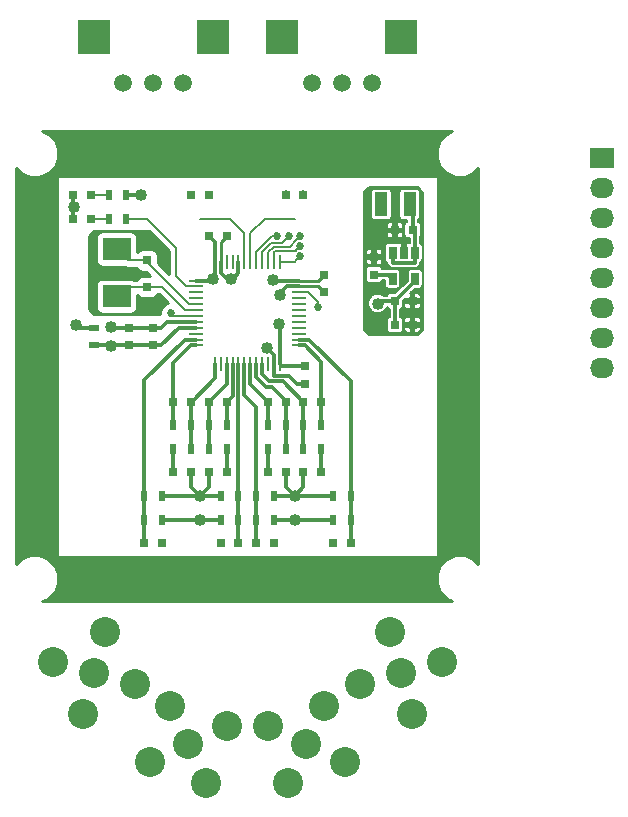
<source format=gtl>
G04 #@! TF.FileFunction,Copper,L1,Top,Signal*
%FSLAX46Y46*%
G04 Gerber Fmt 4.6, Leading zero omitted, Abs format (unit mm)*
G04 Created by KiCad (PCBNEW (2016-04-26 BZR 6712)-product) date Friday, 13 May 2016 'amt' 09:44:12*
%MOMM*%
%LPD*%
G01*
G04 APERTURE LIST*
%ADD10C,0.100000*%
%ADD11R,2.032000X1.727200*%
%ADD12O,2.032000X1.727200*%
%ADD13C,0.685800*%
%ADD14R,0.800000X0.750000*%
%ADD15R,0.750000X0.800000*%
%ADD16R,0.797560X0.797560*%
%ADD17R,0.900000X0.500000*%
%ADD18R,0.500000X0.900000*%
%ADD19R,0.650000X1.060000*%
%ADD20R,1.300000X0.250000*%
%ADD21R,0.250000X1.300000*%
%ADD22C,2.540000*%
%ADD23R,2.400000X1.900000*%
%ADD24C,1.500000*%
%ADD25R,2.800000X3.000000*%
%ADD26R,1.140460X2.029460*%
%ADD27C,1.016000*%
%ADD28C,0.304800*%
%ADD29C,0.254000*%
%ADD30C,0.152400*%
%ADD31C,0.203200*%
G04 APERTURE END LIST*
D10*
D11*
X190000000Y-96380000D03*
D12*
X190000000Y-98920000D03*
X190000000Y-101460000D03*
X190000000Y-104000000D03*
X190000000Y-106540000D03*
X190000000Y-109080000D03*
X190000000Y-111620000D03*
X190000000Y-114160000D03*
D13*
X141000000Y-99000000D03*
X146900000Y-108900000D03*
X152600000Y-108400000D03*
X152900000Y-104600000D03*
X150600000Y-106200000D03*
X146900000Y-103200000D03*
D14*
X174000000Y-102500000D03*
X172500000Y-102500000D03*
D15*
X170750000Y-106250000D03*
X170750000Y-104750000D03*
D14*
X172500000Y-108500000D03*
X174000000Y-108500000D03*
X172500000Y-110500000D03*
X174000000Y-110500000D03*
D15*
X166500000Y-106250000D03*
X166500000Y-107750000D03*
D14*
X156750000Y-103000000D03*
X158250000Y-103000000D03*
D15*
X152000000Y-112250000D03*
X152000000Y-110750000D03*
X151500000Y-107300000D03*
X151500000Y-108800000D03*
X151500000Y-105050000D03*
X151500000Y-103550000D03*
D16*
X146776239Y-99500000D03*
X145277639Y-99500000D03*
X146749300Y-101500000D03*
X145250700Y-101500000D03*
D17*
X147000000Y-110750000D03*
X147000000Y-112250000D03*
D18*
X148250000Y-99500000D03*
X149750000Y-99500000D03*
X148250000Y-101500000D03*
X149750000Y-101500000D03*
D19*
X174200000Y-104400000D03*
X173250000Y-104400000D03*
X172300000Y-104400000D03*
X172300000Y-106600000D03*
X174200000Y-106600000D03*
D20*
X155650000Y-106750000D03*
X155650000Y-107250000D03*
X155650000Y-107750000D03*
X155650000Y-108250000D03*
X155650000Y-108750000D03*
X155650000Y-109250000D03*
X155650000Y-109750000D03*
X155650000Y-110250000D03*
X155650000Y-110750000D03*
X155650000Y-111250000D03*
X155650000Y-111750000D03*
X155650000Y-112250000D03*
D21*
X157250000Y-113850000D03*
X157750000Y-113850000D03*
X158250000Y-113850000D03*
X158750000Y-113850000D03*
X159250000Y-113850000D03*
X159750000Y-113850000D03*
X160250000Y-113850000D03*
X160750000Y-113850000D03*
X161250000Y-113850000D03*
X161750000Y-113850000D03*
X162250000Y-113850000D03*
X162750000Y-113850000D03*
D20*
X164350000Y-112250000D03*
X164350000Y-111750000D03*
X164350000Y-111250000D03*
X164350000Y-110750000D03*
X164350000Y-110250000D03*
X164350000Y-109750000D03*
X164350000Y-109250000D03*
X164350000Y-108750000D03*
X164350000Y-108250000D03*
X164350000Y-107750000D03*
X164350000Y-107250000D03*
X164350000Y-106750000D03*
D21*
X162750000Y-105150000D03*
X162250000Y-105150000D03*
X161750000Y-105150000D03*
X161250000Y-105150000D03*
X160750000Y-105150000D03*
X160250000Y-105150000D03*
X159750000Y-105150000D03*
X159250000Y-105150000D03*
X158750000Y-105150000D03*
X158250000Y-105150000D03*
X157750000Y-105150000D03*
X157250000Y-105150000D03*
D22*
X147000000Y-140000000D03*
X150469705Y-140929705D03*
X146070295Y-143469705D03*
X143530295Y-139070295D03*
X147929705Y-136530295D03*
X155000000Y-146000000D03*
X158255550Y-144481912D03*
X156518088Y-149255550D03*
X151744450Y-147518088D03*
X153481912Y-142744450D03*
X165000000Y-146000000D03*
X166518088Y-142744450D03*
X168255550Y-147518088D03*
X163481912Y-149255550D03*
X161744450Y-144481912D03*
X173000000Y-140000000D03*
X172070295Y-136530295D03*
X176469705Y-139070295D03*
X173929705Y-143469705D03*
X169530295Y-140929705D03*
D14*
X151250000Y-129000000D03*
X152750000Y-129000000D03*
X153750000Y-117000000D03*
X155250000Y-117000000D03*
X153750000Y-123000000D03*
X155250000Y-123000000D03*
X159250000Y-129000000D03*
X157750000Y-129000000D03*
X158250000Y-117000000D03*
X156750000Y-117000000D03*
X158250000Y-123000000D03*
X156750000Y-123000000D03*
X160750000Y-129000000D03*
X162250000Y-129000000D03*
X161750000Y-117000000D03*
X163250000Y-117000000D03*
X161750000Y-123000000D03*
X163250000Y-123000000D03*
X168750000Y-129000000D03*
X167250000Y-129000000D03*
X166250000Y-117000000D03*
X164750000Y-117000000D03*
X166250000Y-123000000D03*
X164750000Y-123000000D03*
D18*
X152750000Y-127000000D03*
X151250000Y-127000000D03*
X151250000Y-125000000D03*
X152750000Y-125000000D03*
X155250000Y-119000000D03*
X153750000Y-119000000D03*
X155250000Y-121000000D03*
X153750000Y-121000000D03*
X157750000Y-127000000D03*
X159250000Y-127000000D03*
X159250000Y-125000000D03*
X157750000Y-125000000D03*
X158250000Y-119000000D03*
X156750000Y-119000000D03*
X156750000Y-121000000D03*
X158250000Y-121000000D03*
X162250000Y-127000000D03*
X160750000Y-127000000D03*
X160750000Y-125000000D03*
X162250000Y-125000000D03*
X161750000Y-119000000D03*
X163250000Y-119000000D03*
X163250000Y-121000000D03*
X161750000Y-121000000D03*
X167250000Y-127000000D03*
X168750000Y-127000000D03*
X168750000Y-125000000D03*
X167250000Y-125000000D03*
X166250000Y-119000000D03*
X164750000Y-119000000D03*
X164750000Y-121000000D03*
X166250000Y-121000000D03*
D14*
X164750000Y-99500000D03*
X163250000Y-99500000D03*
X156750000Y-99500000D03*
X155250000Y-99500000D03*
D23*
X148930000Y-108075000D03*
X148930000Y-104075000D03*
D24*
X152040000Y-90000000D03*
X149500000Y-90000000D03*
X154580000Y-90000000D03*
D25*
X157090000Y-86170000D03*
X146990000Y-86170000D03*
D24*
X168000000Y-90000000D03*
X165460000Y-90000000D03*
X170540000Y-90000000D03*
D25*
X173050000Y-86170000D03*
X162950000Y-86170000D03*
D13*
X147100000Y-106100000D03*
D15*
X150000000Y-112250000D03*
X150000000Y-110750000D03*
X164900000Y-114000000D03*
X164900000Y-115500000D03*
D26*
X171346040Y-100300000D03*
X173753960Y-100300000D03*
D27*
X164000000Y-125000000D03*
X156000000Y-125000000D03*
X158600006Y-106600000D03*
X162800000Y-108000000D03*
X171050000Y-102500000D03*
X145300000Y-100500000D03*
X161700000Y-112500000D03*
X148500000Y-110700000D03*
X171050012Y-108700000D03*
X151000000Y-99500000D03*
X157100000Y-106600000D03*
X162200000Y-106700000D03*
X162700000Y-110400000D03*
X145500000Y-110500000D03*
X156000000Y-127000000D03*
X164000000Y-127000000D03*
X148500000Y-112300000D03*
D13*
X153500000Y-109500000D03*
X166000000Y-109000000D03*
X164499995Y-104676423D03*
X164500000Y-103000008D03*
X163500000Y-103000006D03*
X162500000Y-103000000D03*
X164499988Y-103838212D03*
D28*
X164750000Y-123000000D02*
X164750000Y-124250000D01*
X164750000Y-124250000D02*
X164000000Y-125000000D01*
X163250000Y-123000000D02*
X163250000Y-124250000D01*
X163250000Y-124250000D02*
X164000000Y-125000000D01*
X155250000Y-123000000D02*
X155250000Y-124250000D01*
X155250000Y-124250000D02*
X156000000Y-125000000D01*
X156750000Y-123000000D02*
X156750000Y-124250000D01*
X156750000Y-124250000D02*
X156000000Y-125000000D01*
X162250000Y-125000000D02*
X164000000Y-125000000D01*
X167250000Y-125000000D02*
X164000000Y-125000000D01*
X152750000Y-125000000D02*
X156000000Y-125000000D01*
X157750000Y-125000000D02*
X156000000Y-125000000D01*
X164900000Y-115500000D02*
X164220200Y-115500000D01*
X164220200Y-115500000D02*
X163525009Y-114804809D01*
X163525009Y-114804809D02*
X162250000Y-114804800D01*
X162250000Y-114804800D02*
X162250000Y-113850000D01*
X158245200Y-106600000D02*
X158600006Y-106600000D01*
X157750000Y-106104800D02*
X158245200Y-106600000D01*
X157750000Y-105150000D02*
X157750000Y-106104800D01*
X158754800Y-106600000D02*
X158600006Y-106600000D01*
X159250000Y-106104800D02*
X158754800Y-106600000D01*
X159250000Y-105150000D02*
X159250000Y-106104800D01*
X163395200Y-107250000D02*
X162800000Y-107845200D01*
X162800000Y-107845200D02*
X162800000Y-108000000D01*
X164350000Y-107250000D02*
X163395200Y-107250000D01*
X172500000Y-102500000D02*
X171050000Y-102500000D01*
X145250700Y-101500000D02*
X145250700Y-100549300D01*
X145250700Y-100549300D02*
X145300000Y-100500000D01*
X145277639Y-99500000D02*
X145277639Y-100477639D01*
X145277639Y-100477639D02*
X145300000Y-100500000D01*
X162250000Y-113850000D02*
X162250000Y-113050000D01*
X162250000Y-113050000D02*
X161700000Y-112500000D01*
X150000000Y-110750000D02*
X148550000Y-110750000D01*
X148550000Y-110750000D02*
X148500000Y-110700000D01*
X152000000Y-110750000D02*
X152679800Y-110750000D01*
X152679800Y-110750000D02*
X153179800Y-110250000D01*
X153179800Y-110250000D02*
X154695200Y-110250000D01*
X154695200Y-110250000D02*
X155650000Y-110250000D01*
X150000000Y-110750000D02*
X152000000Y-110750000D01*
X163250000Y-99500000D02*
X163250000Y-99250000D01*
X155225000Y-99500000D02*
X155250000Y-99500000D01*
X164750000Y-123000000D02*
X164750000Y-123250000D01*
X163250000Y-123000000D02*
X163250000Y-123250000D01*
X156750000Y-123000000D02*
X156750000Y-123250000D01*
X155250000Y-123000000D02*
X155250000Y-123250000D01*
D29*
X164350000Y-107250000D02*
X166000000Y-107250000D01*
X166000000Y-107250000D02*
X166500000Y-107750000D01*
X158250000Y-103000000D02*
X157750000Y-103500000D01*
X157750000Y-103500000D02*
X157750000Y-105150000D01*
D30*
X151500000Y-103525000D02*
X151500000Y-103550000D01*
D28*
X170750000Y-106250000D02*
X171950000Y-106250000D01*
X171950000Y-106250000D02*
X172300000Y-106600000D01*
X157250000Y-105150000D02*
X157250000Y-103500000D01*
X157250000Y-103500000D02*
X156750000Y-103000000D01*
X164900000Y-114000000D02*
X162900000Y-114000000D01*
X162900000Y-114000000D02*
X162750000Y-113850000D01*
X171250012Y-108500000D02*
X171050012Y-108700000D01*
X172500000Y-108500000D02*
X171250012Y-108500000D01*
X172500000Y-108500000D02*
X172500000Y-110500000D01*
X174200000Y-106600000D02*
X174200000Y-106800000D01*
X174200000Y-106800000D02*
X172500000Y-108500000D01*
X149750000Y-99500000D02*
X151000000Y-99500000D01*
X155650000Y-106750000D02*
X156950000Y-106750000D01*
X156950000Y-106750000D02*
X157100000Y-106600000D01*
X157250000Y-105150000D02*
X157250000Y-106450000D01*
X157250000Y-106450000D02*
X157100000Y-106600000D01*
X164350000Y-106750000D02*
X162250000Y-106750000D01*
X162250000Y-106750000D02*
X162200000Y-106700000D01*
X162750000Y-113850000D02*
X162750000Y-110450000D01*
X162750000Y-110450000D02*
X162700000Y-110400000D01*
X147000000Y-110750000D02*
X145750000Y-110750000D01*
X145750000Y-110750000D02*
X145500000Y-110500000D01*
X164750000Y-99250000D02*
X164750000Y-99500000D01*
X156725000Y-99500000D02*
X156750000Y-99500000D01*
D29*
X164350000Y-106750000D02*
X166000000Y-106750000D01*
X166000000Y-106750000D02*
X166500000Y-106250000D01*
X164725000Y-99500000D02*
X164750000Y-99500000D01*
D31*
X166500000Y-106275000D02*
X166500000Y-106250000D01*
X164775000Y-99500000D02*
X164750000Y-99500000D01*
D28*
X157750000Y-127000000D02*
X156000000Y-127000000D01*
X152750000Y-127000000D02*
X156000000Y-127000000D01*
X162250000Y-127000000D02*
X164000000Y-127000000D01*
X167250000Y-127000000D02*
X164000000Y-127000000D01*
X152000000Y-112250000D02*
X152679800Y-112250000D01*
X152679800Y-112250000D02*
X154179800Y-110750000D01*
X154179800Y-110750000D02*
X154695200Y-110750000D01*
X154695200Y-110750000D02*
X155650000Y-110750000D01*
X150000000Y-112250000D02*
X152000000Y-112250000D01*
X150000000Y-112250000D02*
X148550000Y-112250000D01*
X148550000Y-112250000D02*
X148500000Y-112300000D01*
X147000000Y-112250000D02*
X148450000Y-112250000D01*
X148450000Y-112250000D02*
X148500000Y-112300000D01*
D30*
X151500000Y-107300000D02*
X152800000Y-107300000D01*
X152800000Y-107300000D02*
X154750000Y-109250000D01*
X154750000Y-109250000D02*
X155650000Y-109250000D01*
X151500000Y-107300000D02*
X149705000Y-107300000D01*
X149705000Y-107300000D02*
X148930000Y-108075000D01*
X151500000Y-107325000D02*
X151500000Y-107300000D01*
X151500000Y-105200000D02*
X155050000Y-108750000D01*
X155050000Y-108750000D02*
X155650000Y-108750000D01*
X151500000Y-105050000D02*
X149905000Y-105050000D01*
X149905000Y-105050000D02*
X148930000Y-104075000D01*
X151500000Y-105050000D02*
X151500000Y-105200000D01*
X148250000Y-99500000D02*
X146776239Y-99500000D01*
X148250000Y-101500000D02*
X146749300Y-101500000D01*
X155650000Y-107250000D02*
X154847600Y-107250000D01*
X154847600Y-107250000D02*
X154000000Y-106402400D01*
X154000000Y-106402400D02*
X154000000Y-104000000D01*
X154000000Y-104000000D02*
X151500000Y-101500000D01*
X151500000Y-101500000D02*
X150152400Y-101500000D01*
X150152400Y-101500000D02*
X149750000Y-101500000D01*
X155650000Y-109750000D02*
X153750000Y-109750000D01*
X153750000Y-109750000D02*
X153500000Y-109500000D01*
D28*
X151250000Y-127000000D02*
X151250000Y-129000000D01*
X151250000Y-125000000D02*
X151250000Y-127000000D01*
X155650000Y-111750000D02*
X154695199Y-111750001D01*
X154695199Y-111750001D02*
X151250000Y-115195200D01*
X151250000Y-115195200D02*
X151250000Y-125000000D01*
X155650000Y-112250000D02*
X155200000Y-112250000D01*
X155200000Y-112250000D02*
X153750000Y-113700000D01*
X153750000Y-113700000D02*
X153750000Y-117000000D01*
X153750000Y-117000000D02*
X153750000Y-119000000D01*
X155250000Y-119000000D02*
X155250000Y-121000000D01*
X155250000Y-117000000D02*
X155250000Y-119000000D01*
X157250000Y-113850000D02*
X157250000Y-115025000D01*
X157250000Y-115025000D02*
X155275000Y-117000000D01*
X155275000Y-117000000D02*
X155250000Y-117000000D01*
X156750000Y-119000000D02*
X156750000Y-121000000D01*
X156750000Y-117000000D02*
X156750000Y-119000000D01*
X158250000Y-113850000D02*
X158250000Y-115525000D01*
X158250000Y-115525000D02*
X156775000Y-117000000D01*
X156775000Y-117000000D02*
X156750000Y-117000000D01*
X158250000Y-117000000D02*
X158250000Y-119000000D01*
X158750000Y-113850000D02*
X158750000Y-116500000D01*
X158750000Y-116500000D02*
X158250000Y-117000000D01*
X159250000Y-127000000D02*
X159250000Y-129000000D01*
X159250000Y-125000000D02*
X159250000Y-127000000D01*
X159250000Y-113850000D02*
X159250000Y-125000000D01*
X160750000Y-127000000D02*
X160750000Y-129000000D01*
X160750000Y-125000000D02*
X160750000Y-127000000D01*
X160750000Y-125000000D02*
X160750000Y-117450000D01*
X160750000Y-117450000D02*
X159750000Y-116450000D01*
X159750000Y-116450000D02*
X159750000Y-114804800D01*
X159750000Y-114804800D02*
X159750000Y-113850000D01*
X161750000Y-117000000D02*
X161750000Y-119000000D01*
X160250000Y-113850000D02*
X160250000Y-115525000D01*
X160250000Y-115525000D02*
X161725000Y-117000000D01*
X161725000Y-117000000D02*
X161750000Y-117000000D01*
X163250000Y-119000000D02*
X163250000Y-117000000D01*
X163250000Y-121000000D02*
X163250000Y-119000000D01*
X160750000Y-113850000D02*
X160750000Y-114950000D01*
X160750000Y-114950000D02*
X161600000Y-115800000D01*
X161600000Y-115800000D02*
X162100000Y-115800000D01*
X162100000Y-115800000D02*
X163250000Y-116950000D01*
X163250000Y-116950000D02*
X163250000Y-117000000D01*
X161250000Y-114673642D02*
X161250000Y-113850000D01*
X161838370Y-115262012D02*
X161250000Y-114673642D01*
X162987012Y-115262012D02*
X161838370Y-115262012D01*
X164725000Y-117000000D02*
X162987012Y-115262012D01*
X164750000Y-117000000D02*
X164725000Y-117000000D01*
X164750000Y-119000000D02*
X164750000Y-121000000D01*
X164750000Y-117000000D02*
X164750000Y-119000000D01*
X168750000Y-127000000D02*
X168750000Y-129000000D01*
X168750000Y-125000000D02*
X168750000Y-127000000D01*
X164350000Y-111750000D02*
X165250000Y-111750000D01*
X165250000Y-111750000D02*
X168750000Y-115250000D01*
X168750000Y-115250000D02*
X168750000Y-125000000D01*
X164350000Y-112250000D02*
X164850000Y-112250000D01*
X164850000Y-112250000D02*
X166250000Y-113650000D01*
X166250000Y-113650000D02*
X166250000Y-117000000D01*
X166250000Y-117000000D02*
X166250000Y-119000000D01*
D30*
X166000000Y-108597600D02*
X166000000Y-109000000D01*
X165152400Y-107750000D02*
X166000000Y-108597600D01*
X164350000Y-107750000D02*
X165152400Y-107750000D01*
X162750000Y-105150000D02*
X164026418Y-105150000D01*
X164026418Y-105150000D02*
X164157096Y-105019322D01*
X164157096Y-105019322D02*
X164499995Y-104676423D01*
X163623696Y-103876312D02*
X164157101Y-103342907D01*
X161750000Y-104347600D02*
X162221288Y-103876312D01*
X161750000Y-105150000D02*
X161750000Y-104347600D01*
X164157101Y-103342907D02*
X164500000Y-103000008D01*
X162221288Y-103876312D02*
X163623696Y-103876312D01*
X162928505Y-103571501D02*
X163157101Y-103342905D01*
X162026099Y-103571501D02*
X162928505Y-103571501D01*
X161250000Y-105150000D02*
X161250000Y-104347600D01*
X161250000Y-104347600D02*
X162026099Y-103571501D01*
X163157101Y-103342905D02*
X163500000Y-103000006D01*
X160750000Y-104347600D02*
X162097600Y-103000000D01*
X160750000Y-105150000D02*
X160750000Y-104347600D01*
X162097600Y-103000000D02*
X162500000Y-103000000D01*
X160250000Y-105150000D02*
X160250000Y-102750000D01*
X160250000Y-102750000D02*
X161500000Y-101500000D01*
X161500000Y-101500000D02*
X164040000Y-101500000D01*
X156000000Y-101500000D02*
X158500000Y-101500000D01*
X159750000Y-102750000D02*
X159750000Y-104347600D01*
X158500000Y-101500000D02*
X159750000Y-102750000D01*
X159750000Y-104347600D02*
X159750000Y-105150000D01*
D28*
X153750000Y-121000000D02*
X153750000Y-123000000D01*
X158250000Y-121000000D02*
X158250000Y-123000000D01*
X161750000Y-121000000D02*
X161750000Y-123000000D01*
X166250000Y-121000000D02*
X166250000Y-123000000D01*
D30*
X162371921Y-104225679D02*
X164112521Y-104225679D01*
X162250000Y-105150000D02*
X162250000Y-104347600D01*
X164112521Y-104225679D02*
X164157089Y-104181111D01*
X164157089Y-104181111D02*
X164499988Y-103838212D01*
X162250000Y-104347600D02*
X162371921Y-104225679D01*
D28*
X174000000Y-102500000D02*
X174000000Y-100546040D01*
X174000000Y-100546040D02*
X173753960Y-100300000D01*
X173853960Y-102353960D02*
X174000000Y-102500000D01*
X172300000Y-104400000D02*
X172300001Y-105234801D01*
X172300001Y-105234801D02*
X174200000Y-105234800D01*
X174200000Y-105234800D02*
X174200000Y-104400000D01*
X174200000Y-104400000D02*
X174200000Y-102700000D01*
X174200000Y-102700000D02*
X174000000Y-102500000D01*
D29*
G36*
X153390400Y-104252504D02*
X153390400Y-106228296D01*
X152418849Y-105256745D01*
X152418849Y-104650000D01*
X152377451Y-104441878D01*
X152259559Y-104265441D01*
X152083122Y-104147549D01*
X151875000Y-104106151D01*
X151125000Y-104106151D01*
X150916878Y-104147549D01*
X150740441Y-104265441D01*
X150673849Y-104365102D01*
X150673849Y-103125000D01*
X150632451Y-102916878D01*
X150514559Y-102740441D01*
X150338122Y-102622549D01*
X150130000Y-102581151D01*
X147730000Y-102581151D01*
X147521878Y-102622549D01*
X147345441Y-102740441D01*
X147227549Y-102916878D01*
X147186151Y-103125000D01*
X147186151Y-105025000D01*
X147227549Y-105233122D01*
X147345441Y-105409559D01*
X147521878Y-105527451D01*
X147730000Y-105568849D01*
X149605345Y-105568849D01*
X149671716Y-105613197D01*
X149905000Y-105659600D01*
X150623537Y-105659600D01*
X150740441Y-105834559D01*
X150916878Y-105952451D01*
X151125000Y-105993849D01*
X151431745Y-105993849D01*
X151794047Y-106356151D01*
X151125000Y-106356151D01*
X150916878Y-106397549D01*
X150740441Y-106515441D01*
X150623537Y-106690400D01*
X150439668Y-106690400D01*
X150338122Y-106622549D01*
X150130000Y-106581151D01*
X147730000Y-106581151D01*
X147521878Y-106622549D01*
X147345441Y-106740441D01*
X147227549Y-106916878D01*
X147186151Y-107125000D01*
X147186151Y-109025000D01*
X147227549Y-109233122D01*
X147345441Y-109409559D01*
X147521878Y-109527451D01*
X147730000Y-109568849D01*
X150130000Y-109568849D01*
X150338122Y-109527451D01*
X150514559Y-109409559D01*
X150632451Y-109233122D01*
X150673849Y-109025000D01*
X150673849Y-107984898D01*
X150740441Y-108084559D01*
X150916878Y-108202451D01*
X151125000Y-108243849D01*
X151875000Y-108243849D01*
X152083122Y-108202451D01*
X152259559Y-108084559D01*
X152376463Y-107909600D01*
X152547496Y-107909600D01*
X153280453Y-108642557D01*
X153004264Y-108756676D01*
X152757542Y-109002968D01*
X152623852Y-109324928D01*
X152623636Y-109573000D01*
X147060606Y-109573000D01*
X146627000Y-109139394D01*
X146627000Y-102960606D01*
X147060606Y-102527000D01*
X151664896Y-102527000D01*
X153390400Y-104252504D01*
X153390400Y-104252504D01*
G37*
X153390400Y-104252504D02*
X153390400Y-106228296D01*
X152418849Y-105256745D01*
X152418849Y-104650000D01*
X152377451Y-104441878D01*
X152259559Y-104265441D01*
X152083122Y-104147549D01*
X151875000Y-104106151D01*
X151125000Y-104106151D01*
X150916878Y-104147549D01*
X150740441Y-104265441D01*
X150673849Y-104365102D01*
X150673849Y-103125000D01*
X150632451Y-102916878D01*
X150514559Y-102740441D01*
X150338122Y-102622549D01*
X150130000Y-102581151D01*
X147730000Y-102581151D01*
X147521878Y-102622549D01*
X147345441Y-102740441D01*
X147227549Y-102916878D01*
X147186151Y-103125000D01*
X147186151Y-105025000D01*
X147227549Y-105233122D01*
X147345441Y-105409559D01*
X147521878Y-105527451D01*
X147730000Y-105568849D01*
X149605345Y-105568849D01*
X149671716Y-105613197D01*
X149905000Y-105659600D01*
X150623537Y-105659600D01*
X150740441Y-105834559D01*
X150916878Y-105952451D01*
X151125000Y-105993849D01*
X151431745Y-105993849D01*
X151794047Y-106356151D01*
X151125000Y-106356151D01*
X150916878Y-106397549D01*
X150740441Y-106515441D01*
X150623537Y-106690400D01*
X150439668Y-106690400D01*
X150338122Y-106622549D01*
X150130000Y-106581151D01*
X147730000Y-106581151D01*
X147521878Y-106622549D01*
X147345441Y-106740441D01*
X147227549Y-106916878D01*
X147186151Y-107125000D01*
X147186151Y-109025000D01*
X147227549Y-109233122D01*
X147345441Y-109409559D01*
X147521878Y-109527451D01*
X147730000Y-109568849D01*
X150130000Y-109568849D01*
X150338122Y-109527451D01*
X150514559Y-109409559D01*
X150632451Y-109233122D01*
X150673849Y-109025000D01*
X150673849Y-107984898D01*
X150740441Y-108084559D01*
X150916878Y-108202451D01*
X151125000Y-108243849D01*
X151875000Y-108243849D01*
X152083122Y-108202451D01*
X152259559Y-108084559D01*
X152376463Y-107909600D01*
X152547496Y-107909600D01*
X153280453Y-108642557D01*
X153004264Y-108756676D01*
X152757542Y-109002968D01*
X152623852Y-109324928D01*
X152623636Y-109573000D01*
X147060606Y-109573000D01*
X146627000Y-109139394D01*
X146627000Y-102960606D01*
X147060606Y-102527000D01*
X151664896Y-102527000D01*
X153390400Y-104252504D01*
D31*
G36*
X174898400Y-99300084D02*
X174898400Y-110949916D01*
X174449916Y-111398400D01*
X170300084Y-111398400D01*
X169851600Y-110949916D01*
X169851600Y-108860967D01*
X170237071Y-108860967D01*
X170360552Y-109159813D01*
X170588996Y-109388657D01*
X170887627Y-109512659D01*
X171210979Y-109512941D01*
X171509825Y-109389460D01*
X171738669Y-109161016D01*
X171811319Y-108986055D01*
X171812885Y-108993927D01*
X171880252Y-109094748D01*
X171981073Y-109162115D01*
X172042800Y-109174393D01*
X172042800Y-109825607D01*
X171981073Y-109837885D01*
X171880252Y-109905252D01*
X171812885Y-110006073D01*
X171789229Y-110125000D01*
X171789229Y-110875000D01*
X171812885Y-110993927D01*
X171880252Y-111094748D01*
X171981073Y-111162115D01*
X172100000Y-111185771D01*
X172900000Y-111185771D01*
X173018927Y-111162115D01*
X173119748Y-111094748D01*
X173187115Y-110993927D01*
X173210771Y-110875000D01*
X173210771Y-110728600D01*
X173295200Y-110728600D01*
X173295200Y-110935629D01*
X173341603Y-111047656D01*
X173427345Y-111133397D01*
X173539372Y-111179800D01*
X173771400Y-111179800D01*
X173847600Y-111103600D01*
X173847600Y-110652400D01*
X174152400Y-110652400D01*
X174152400Y-111103600D01*
X174228600Y-111179800D01*
X174460628Y-111179800D01*
X174572655Y-111133397D01*
X174658397Y-111047656D01*
X174704800Y-110935629D01*
X174704800Y-110728600D01*
X174628600Y-110652400D01*
X174152400Y-110652400D01*
X173847600Y-110652400D01*
X173371400Y-110652400D01*
X173295200Y-110728600D01*
X173210771Y-110728600D01*
X173210771Y-110125000D01*
X173198712Y-110064371D01*
X173295200Y-110064371D01*
X173295200Y-110271400D01*
X173371400Y-110347600D01*
X173847600Y-110347600D01*
X173847600Y-109896400D01*
X174152400Y-109896400D01*
X174152400Y-110347600D01*
X174628600Y-110347600D01*
X174704800Y-110271400D01*
X174704800Y-110064371D01*
X174658397Y-109952344D01*
X174572655Y-109866603D01*
X174460628Y-109820200D01*
X174228600Y-109820200D01*
X174152400Y-109896400D01*
X173847600Y-109896400D01*
X173771400Y-109820200D01*
X173539372Y-109820200D01*
X173427345Y-109866603D01*
X173341603Y-109952344D01*
X173295200Y-110064371D01*
X173198712Y-110064371D01*
X173187115Y-110006073D01*
X173119748Y-109905252D01*
X173018927Y-109837885D01*
X172957200Y-109825607D01*
X172957200Y-109174393D01*
X173018927Y-109162115D01*
X173119748Y-109094748D01*
X173187115Y-108993927D01*
X173210771Y-108875000D01*
X173210771Y-108728600D01*
X173295200Y-108728600D01*
X173295200Y-108935629D01*
X173341603Y-109047656D01*
X173427345Y-109133397D01*
X173539372Y-109179800D01*
X173771400Y-109179800D01*
X173847600Y-109103600D01*
X173847600Y-108652400D01*
X174152400Y-108652400D01*
X174152400Y-109103600D01*
X174228600Y-109179800D01*
X174460628Y-109179800D01*
X174572655Y-109133397D01*
X174658397Y-109047656D01*
X174704800Y-108935629D01*
X174704800Y-108728600D01*
X174628600Y-108652400D01*
X174152400Y-108652400D01*
X173847600Y-108652400D01*
X173371400Y-108652400D01*
X173295200Y-108728600D01*
X173210771Y-108728600D01*
X173210771Y-108435807D01*
X173335189Y-108311389D01*
X173371400Y-108347600D01*
X173847600Y-108347600D01*
X173847600Y-107896400D01*
X174152400Y-107896400D01*
X174152400Y-108347600D01*
X174628600Y-108347600D01*
X174704800Y-108271400D01*
X174704800Y-108064371D01*
X174658397Y-107952344D01*
X174572655Y-107866603D01*
X174460628Y-107820200D01*
X174228600Y-107820200D01*
X174152400Y-107896400D01*
X173847600Y-107896400D01*
X173798889Y-107847689D01*
X174205807Y-107440771D01*
X174525000Y-107440771D01*
X174643927Y-107417115D01*
X174744748Y-107349748D01*
X174812115Y-107248927D01*
X174835771Y-107130000D01*
X174835771Y-106070000D01*
X174812115Y-105951073D01*
X174744748Y-105850252D01*
X174643927Y-105782885D01*
X174525000Y-105759229D01*
X173875000Y-105759229D01*
X173756073Y-105782885D01*
X173655252Y-105850252D01*
X173587885Y-105951073D01*
X173564229Y-106070000D01*
X173564229Y-106789193D01*
X172539193Y-107814229D01*
X172100000Y-107814229D01*
X171981073Y-107837885D01*
X171880252Y-107905252D01*
X171812885Y-108006073D01*
X171805580Y-108042800D01*
X171542430Y-108042800D01*
X171511028Y-108011343D01*
X171212397Y-107887341D01*
X170889045Y-107887059D01*
X170590199Y-108010540D01*
X170361355Y-108238984D01*
X170237353Y-108537615D01*
X170237071Y-108860967D01*
X169851600Y-108860967D01*
X169851600Y-105850000D01*
X170064229Y-105850000D01*
X170064229Y-106650000D01*
X170087885Y-106768927D01*
X170155252Y-106869748D01*
X170256073Y-106937115D01*
X170375000Y-106960771D01*
X171125000Y-106960771D01*
X171243927Y-106937115D01*
X171344748Y-106869748D01*
X171412115Y-106768927D01*
X171424393Y-106707200D01*
X171664229Y-106707200D01*
X171664229Y-107130000D01*
X171687885Y-107248927D01*
X171755252Y-107349748D01*
X171856073Y-107417115D01*
X171975000Y-107440771D01*
X172625000Y-107440771D01*
X172743927Y-107417115D01*
X172844748Y-107349748D01*
X172912115Y-107248927D01*
X172935771Y-107130000D01*
X172935771Y-106070000D01*
X172912115Y-105951073D01*
X172844748Y-105850252D01*
X172743927Y-105782885D01*
X172625000Y-105759229D01*
X171975000Y-105759229D01*
X171856073Y-105782885D01*
X171841234Y-105792800D01*
X171424393Y-105792800D01*
X171412115Y-105731073D01*
X171344748Y-105630252D01*
X171243927Y-105562885D01*
X171125000Y-105539229D01*
X170375000Y-105539229D01*
X170256073Y-105562885D01*
X170155252Y-105630252D01*
X170087885Y-105731073D01*
X170064229Y-105850000D01*
X169851600Y-105850000D01*
X169851600Y-104978600D01*
X170070200Y-104978600D01*
X170070200Y-105210628D01*
X170116603Y-105322655D01*
X170202344Y-105408397D01*
X170314371Y-105454800D01*
X170521400Y-105454800D01*
X170597600Y-105378600D01*
X170597600Y-104902400D01*
X170902400Y-104902400D01*
X170902400Y-105378600D01*
X170978600Y-105454800D01*
X171185629Y-105454800D01*
X171297656Y-105408397D01*
X171383397Y-105322655D01*
X171429800Y-105210628D01*
X171429800Y-104978600D01*
X171353600Y-104902400D01*
X170902400Y-104902400D01*
X170597600Y-104902400D01*
X170146400Y-104902400D01*
X170070200Y-104978600D01*
X169851600Y-104978600D01*
X169851600Y-104289372D01*
X170070200Y-104289372D01*
X170070200Y-104521400D01*
X170146400Y-104597600D01*
X170597600Y-104597600D01*
X170597600Y-104121400D01*
X170902400Y-104121400D01*
X170902400Y-104597600D01*
X171353600Y-104597600D01*
X171429800Y-104521400D01*
X171429800Y-104289372D01*
X171383397Y-104177345D01*
X171297656Y-104091603D01*
X171185629Y-104045200D01*
X170978600Y-104045200D01*
X170902400Y-104121400D01*
X170597600Y-104121400D01*
X170521400Y-104045200D01*
X170314371Y-104045200D01*
X170202344Y-104091603D01*
X170116603Y-104177345D01*
X170070200Y-104289372D01*
X169851600Y-104289372D01*
X169851600Y-103870000D01*
X171664229Y-103870000D01*
X171664229Y-104930000D01*
X171687885Y-105048927D01*
X171755252Y-105149748D01*
X171842801Y-105208247D01*
X171842801Y-105234802D01*
X171877603Y-105409765D01*
X171907695Y-105454800D01*
X171976712Y-105558090D01*
X172125038Y-105657199D01*
X172300001Y-105692001D01*
X172300002Y-105692001D01*
X174200000Y-105692000D01*
X174374963Y-105657198D01*
X174523289Y-105558089D01*
X174622398Y-105409763D01*
X174657200Y-105234800D01*
X174657200Y-105208246D01*
X174744748Y-105149748D01*
X174812115Y-105048927D01*
X174835771Y-104930000D01*
X174835771Y-103870000D01*
X174812115Y-103751073D01*
X174744748Y-103650252D01*
X174657200Y-103591754D01*
X174657200Y-103038698D01*
X174687115Y-102993927D01*
X174710771Y-102875000D01*
X174710771Y-102125000D01*
X174687115Y-102006073D01*
X174619748Y-101905252D01*
X174518927Y-101837885D01*
X174457200Y-101825607D01*
X174457200Y-101592435D01*
X174543938Y-101534478D01*
X174611305Y-101433657D01*
X174634961Y-101314730D01*
X174634961Y-99285270D01*
X174611305Y-99166343D01*
X174543938Y-99065522D01*
X174443117Y-98998155D01*
X174324190Y-98974499D01*
X173183730Y-98974499D01*
X173064803Y-98998155D01*
X172963982Y-99065522D01*
X172896615Y-99166343D01*
X172872959Y-99285270D01*
X172872959Y-101314730D01*
X172896615Y-101433657D01*
X172963982Y-101534478D01*
X173064803Y-101601845D01*
X173183730Y-101625501D01*
X173542800Y-101625501D01*
X173542800Y-101825607D01*
X173481073Y-101837885D01*
X173380252Y-101905252D01*
X173312885Y-102006073D01*
X173289229Y-102125000D01*
X173289229Y-102875000D01*
X173312885Y-102993927D01*
X173380252Y-103094748D01*
X173481073Y-103162115D01*
X173600000Y-103185771D01*
X173742800Y-103185771D01*
X173742800Y-103591754D01*
X173726320Y-103602765D01*
X173635629Y-103565200D01*
X173478600Y-103565200D01*
X173402400Y-103641400D01*
X173402400Y-104247600D01*
X173422400Y-104247600D01*
X173422400Y-104552400D01*
X173402400Y-104552400D01*
X173402400Y-104572400D01*
X173097600Y-104572400D01*
X173097600Y-104552400D01*
X173077600Y-104552400D01*
X173077600Y-104247600D01*
X173097600Y-104247600D01*
X173097600Y-103641400D01*
X173021400Y-103565200D01*
X172864371Y-103565200D01*
X172773680Y-103602765D01*
X172743927Y-103582885D01*
X172625000Y-103559229D01*
X171975000Y-103559229D01*
X171856073Y-103582885D01*
X171755252Y-103650252D01*
X171687885Y-103751073D01*
X171664229Y-103870000D01*
X169851600Y-103870000D01*
X169851600Y-102728600D01*
X171795200Y-102728600D01*
X171795200Y-102935629D01*
X171841603Y-103047656D01*
X171927345Y-103133397D01*
X172039372Y-103179800D01*
X172271400Y-103179800D01*
X172347600Y-103103600D01*
X172347600Y-102652400D01*
X172652400Y-102652400D01*
X172652400Y-103103600D01*
X172728600Y-103179800D01*
X172960628Y-103179800D01*
X173072655Y-103133397D01*
X173158397Y-103047656D01*
X173204800Y-102935629D01*
X173204800Y-102728600D01*
X173128600Y-102652400D01*
X172652400Y-102652400D01*
X172347600Y-102652400D01*
X171871400Y-102652400D01*
X171795200Y-102728600D01*
X169851600Y-102728600D01*
X169851600Y-102064371D01*
X171795200Y-102064371D01*
X171795200Y-102271400D01*
X171871400Y-102347600D01*
X172347600Y-102347600D01*
X172347600Y-101896400D01*
X172652400Y-101896400D01*
X172652400Y-102347600D01*
X173128600Y-102347600D01*
X173204800Y-102271400D01*
X173204800Y-102064371D01*
X173158397Y-101952344D01*
X173072655Y-101866603D01*
X172960628Y-101820200D01*
X172728600Y-101820200D01*
X172652400Y-101896400D01*
X172347600Y-101896400D01*
X172271400Y-101820200D01*
X172039372Y-101820200D01*
X171927345Y-101866603D01*
X171841603Y-101952344D01*
X171795200Y-102064371D01*
X169851600Y-102064371D01*
X169851600Y-99300084D01*
X169866414Y-99285270D01*
X170465039Y-99285270D01*
X170465039Y-101314730D01*
X170488695Y-101433657D01*
X170556062Y-101534478D01*
X170656883Y-101601845D01*
X170775810Y-101625501D01*
X171916270Y-101625501D01*
X172035197Y-101601845D01*
X172136018Y-101534478D01*
X172203385Y-101433657D01*
X172227041Y-101314730D01*
X172227041Y-99285270D01*
X172203385Y-99166343D01*
X172136018Y-99065522D01*
X172035197Y-98998155D01*
X171916270Y-98974499D01*
X170775810Y-98974499D01*
X170656883Y-98998155D01*
X170556062Y-99065522D01*
X170488695Y-99166343D01*
X170465039Y-99285270D01*
X169866414Y-99285270D01*
X170300084Y-98851600D01*
X174449916Y-98851600D01*
X174898400Y-99300084D01*
X174898400Y-99300084D01*
G37*
X174898400Y-99300084D02*
X174898400Y-110949916D01*
X174449916Y-111398400D01*
X170300084Y-111398400D01*
X169851600Y-110949916D01*
X169851600Y-108860967D01*
X170237071Y-108860967D01*
X170360552Y-109159813D01*
X170588996Y-109388657D01*
X170887627Y-109512659D01*
X171210979Y-109512941D01*
X171509825Y-109389460D01*
X171738669Y-109161016D01*
X171811319Y-108986055D01*
X171812885Y-108993927D01*
X171880252Y-109094748D01*
X171981073Y-109162115D01*
X172042800Y-109174393D01*
X172042800Y-109825607D01*
X171981073Y-109837885D01*
X171880252Y-109905252D01*
X171812885Y-110006073D01*
X171789229Y-110125000D01*
X171789229Y-110875000D01*
X171812885Y-110993927D01*
X171880252Y-111094748D01*
X171981073Y-111162115D01*
X172100000Y-111185771D01*
X172900000Y-111185771D01*
X173018927Y-111162115D01*
X173119748Y-111094748D01*
X173187115Y-110993927D01*
X173210771Y-110875000D01*
X173210771Y-110728600D01*
X173295200Y-110728600D01*
X173295200Y-110935629D01*
X173341603Y-111047656D01*
X173427345Y-111133397D01*
X173539372Y-111179800D01*
X173771400Y-111179800D01*
X173847600Y-111103600D01*
X173847600Y-110652400D01*
X174152400Y-110652400D01*
X174152400Y-111103600D01*
X174228600Y-111179800D01*
X174460628Y-111179800D01*
X174572655Y-111133397D01*
X174658397Y-111047656D01*
X174704800Y-110935629D01*
X174704800Y-110728600D01*
X174628600Y-110652400D01*
X174152400Y-110652400D01*
X173847600Y-110652400D01*
X173371400Y-110652400D01*
X173295200Y-110728600D01*
X173210771Y-110728600D01*
X173210771Y-110125000D01*
X173198712Y-110064371D01*
X173295200Y-110064371D01*
X173295200Y-110271400D01*
X173371400Y-110347600D01*
X173847600Y-110347600D01*
X173847600Y-109896400D01*
X174152400Y-109896400D01*
X174152400Y-110347600D01*
X174628600Y-110347600D01*
X174704800Y-110271400D01*
X174704800Y-110064371D01*
X174658397Y-109952344D01*
X174572655Y-109866603D01*
X174460628Y-109820200D01*
X174228600Y-109820200D01*
X174152400Y-109896400D01*
X173847600Y-109896400D01*
X173771400Y-109820200D01*
X173539372Y-109820200D01*
X173427345Y-109866603D01*
X173341603Y-109952344D01*
X173295200Y-110064371D01*
X173198712Y-110064371D01*
X173187115Y-110006073D01*
X173119748Y-109905252D01*
X173018927Y-109837885D01*
X172957200Y-109825607D01*
X172957200Y-109174393D01*
X173018927Y-109162115D01*
X173119748Y-109094748D01*
X173187115Y-108993927D01*
X173210771Y-108875000D01*
X173210771Y-108728600D01*
X173295200Y-108728600D01*
X173295200Y-108935629D01*
X173341603Y-109047656D01*
X173427345Y-109133397D01*
X173539372Y-109179800D01*
X173771400Y-109179800D01*
X173847600Y-109103600D01*
X173847600Y-108652400D01*
X174152400Y-108652400D01*
X174152400Y-109103600D01*
X174228600Y-109179800D01*
X174460628Y-109179800D01*
X174572655Y-109133397D01*
X174658397Y-109047656D01*
X174704800Y-108935629D01*
X174704800Y-108728600D01*
X174628600Y-108652400D01*
X174152400Y-108652400D01*
X173847600Y-108652400D01*
X173371400Y-108652400D01*
X173295200Y-108728600D01*
X173210771Y-108728600D01*
X173210771Y-108435807D01*
X173335189Y-108311389D01*
X173371400Y-108347600D01*
X173847600Y-108347600D01*
X173847600Y-107896400D01*
X174152400Y-107896400D01*
X174152400Y-108347600D01*
X174628600Y-108347600D01*
X174704800Y-108271400D01*
X174704800Y-108064371D01*
X174658397Y-107952344D01*
X174572655Y-107866603D01*
X174460628Y-107820200D01*
X174228600Y-107820200D01*
X174152400Y-107896400D01*
X173847600Y-107896400D01*
X173798889Y-107847689D01*
X174205807Y-107440771D01*
X174525000Y-107440771D01*
X174643927Y-107417115D01*
X174744748Y-107349748D01*
X174812115Y-107248927D01*
X174835771Y-107130000D01*
X174835771Y-106070000D01*
X174812115Y-105951073D01*
X174744748Y-105850252D01*
X174643927Y-105782885D01*
X174525000Y-105759229D01*
X173875000Y-105759229D01*
X173756073Y-105782885D01*
X173655252Y-105850252D01*
X173587885Y-105951073D01*
X173564229Y-106070000D01*
X173564229Y-106789193D01*
X172539193Y-107814229D01*
X172100000Y-107814229D01*
X171981073Y-107837885D01*
X171880252Y-107905252D01*
X171812885Y-108006073D01*
X171805580Y-108042800D01*
X171542430Y-108042800D01*
X171511028Y-108011343D01*
X171212397Y-107887341D01*
X170889045Y-107887059D01*
X170590199Y-108010540D01*
X170361355Y-108238984D01*
X170237353Y-108537615D01*
X170237071Y-108860967D01*
X169851600Y-108860967D01*
X169851600Y-105850000D01*
X170064229Y-105850000D01*
X170064229Y-106650000D01*
X170087885Y-106768927D01*
X170155252Y-106869748D01*
X170256073Y-106937115D01*
X170375000Y-106960771D01*
X171125000Y-106960771D01*
X171243927Y-106937115D01*
X171344748Y-106869748D01*
X171412115Y-106768927D01*
X171424393Y-106707200D01*
X171664229Y-106707200D01*
X171664229Y-107130000D01*
X171687885Y-107248927D01*
X171755252Y-107349748D01*
X171856073Y-107417115D01*
X171975000Y-107440771D01*
X172625000Y-107440771D01*
X172743927Y-107417115D01*
X172844748Y-107349748D01*
X172912115Y-107248927D01*
X172935771Y-107130000D01*
X172935771Y-106070000D01*
X172912115Y-105951073D01*
X172844748Y-105850252D01*
X172743927Y-105782885D01*
X172625000Y-105759229D01*
X171975000Y-105759229D01*
X171856073Y-105782885D01*
X171841234Y-105792800D01*
X171424393Y-105792800D01*
X171412115Y-105731073D01*
X171344748Y-105630252D01*
X171243927Y-105562885D01*
X171125000Y-105539229D01*
X170375000Y-105539229D01*
X170256073Y-105562885D01*
X170155252Y-105630252D01*
X170087885Y-105731073D01*
X170064229Y-105850000D01*
X169851600Y-105850000D01*
X169851600Y-104978600D01*
X170070200Y-104978600D01*
X170070200Y-105210628D01*
X170116603Y-105322655D01*
X170202344Y-105408397D01*
X170314371Y-105454800D01*
X170521400Y-105454800D01*
X170597600Y-105378600D01*
X170597600Y-104902400D01*
X170902400Y-104902400D01*
X170902400Y-105378600D01*
X170978600Y-105454800D01*
X171185629Y-105454800D01*
X171297656Y-105408397D01*
X171383397Y-105322655D01*
X171429800Y-105210628D01*
X171429800Y-104978600D01*
X171353600Y-104902400D01*
X170902400Y-104902400D01*
X170597600Y-104902400D01*
X170146400Y-104902400D01*
X170070200Y-104978600D01*
X169851600Y-104978600D01*
X169851600Y-104289372D01*
X170070200Y-104289372D01*
X170070200Y-104521400D01*
X170146400Y-104597600D01*
X170597600Y-104597600D01*
X170597600Y-104121400D01*
X170902400Y-104121400D01*
X170902400Y-104597600D01*
X171353600Y-104597600D01*
X171429800Y-104521400D01*
X171429800Y-104289372D01*
X171383397Y-104177345D01*
X171297656Y-104091603D01*
X171185629Y-104045200D01*
X170978600Y-104045200D01*
X170902400Y-104121400D01*
X170597600Y-104121400D01*
X170521400Y-104045200D01*
X170314371Y-104045200D01*
X170202344Y-104091603D01*
X170116603Y-104177345D01*
X170070200Y-104289372D01*
X169851600Y-104289372D01*
X169851600Y-103870000D01*
X171664229Y-103870000D01*
X171664229Y-104930000D01*
X171687885Y-105048927D01*
X171755252Y-105149748D01*
X171842801Y-105208247D01*
X171842801Y-105234802D01*
X171877603Y-105409765D01*
X171907695Y-105454800D01*
X171976712Y-105558090D01*
X172125038Y-105657199D01*
X172300001Y-105692001D01*
X172300002Y-105692001D01*
X174200000Y-105692000D01*
X174374963Y-105657198D01*
X174523289Y-105558089D01*
X174622398Y-105409763D01*
X174657200Y-105234800D01*
X174657200Y-105208246D01*
X174744748Y-105149748D01*
X174812115Y-105048927D01*
X174835771Y-104930000D01*
X174835771Y-103870000D01*
X174812115Y-103751073D01*
X174744748Y-103650252D01*
X174657200Y-103591754D01*
X174657200Y-103038698D01*
X174687115Y-102993927D01*
X174710771Y-102875000D01*
X174710771Y-102125000D01*
X174687115Y-102006073D01*
X174619748Y-101905252D01*
X174518927Y-101837885D01*
X174457200Y-101825607D01*
X174457200Y-101592435D01*
X174543938Y-101534478D01*
X174611305Y-101433657D01*
X174634961Y-101314730D01*
X174634961Y-99285270D01*
X174611305Y-99166343D01*
X174543938Y-99065522D01*
X174443117Y-98998155D01*
X174324190Y-98974499D01*
X173183730Y-98974499D01*
X173064803Y-98998155D01*
X172963982Y-99065522D01*
X172896615Y-99166343D01*
X172872959Y-99285270D01*
X172872959Y-101314730D01*
X172896615Y-101433657D01*
X172963982Y-101534478D01*
X173064803Y-101601845D01*
X173183730Y-101625501D01*
X173542800Y-101625501D01*
X173542800Y-101825607D01*
X173481073Y-101837885D01*
X173380252Y-101905252D01*
X173312885Y-102006073D01*
X173289229Y-102125000D01*
X173289229Y-102875000D01*
X173312885Y-102993927D01*
X173380252Y-103094748D01*
X173481073Y-103162115D01*
X173600000Y-103185771D01*
X173742800Y-103185771D01*
X173742800Y-103591754D01*
X173726320Y-103602765D01*
X173635629Y-103565200D01*
X173478600Y-103565200D01*
X173402400Y-103641400D01*
X173402400Y-104247600D01*
X173422400Y-104247600D01*
X173422400Y-104552400D01*
X173402400Y-104552400D01*
X173402400Y-104572400D01*
X173097600Y-104572400D01*
X173097600Y-104552400D01*
X173077600Y-104552400D01*
X173077600Y-104247600D01*
X173097600Y-104247600D01*
X173097600Y-103641400D01*
X173021400Y-103565200D01*
X172864371Y-103565200D01*
X172773680Y-103602765D01*
X172743927Y-103582885D01*
X172625000Y-103559229D01*
X171975000Y-103559229D01*
X171856073Y-103582885D01*
X171755252Y-103650252D01*
X171687885Y-103751073D01*
X171664229Y-103870000D01*
X169851600Y-103870000D01*
X169851600Y-102728600D01*
X171795200Y-102728600D01*
X171795200Y-102935629D01*
X171841603Y-103047656D01*
X171927345Y-103133397D01*
X172039372Y-103179800D01*
X172271400Y-103179800D01*
X172347600Y-103103600D01*
X172347600Y-102652400D01*
X172652400Y-102652400D01*
X172652400Y-103103600D01*
X172728600Y-103179800D01*
X172960628Y-103179800D01*
X173072655Y-103133397D01*
X173158397Y-103047656D01*
X173204800Y-102935629D01*
X173204800Y-102728600D01*
X173128600Y-102652400D01*
X172652400Y-102652400D01*
X172347600Y-102652400D01*
X171871400Y-102652400D01*
X171795200Y-102728600D01*
X169851600Y-102728600D01*
X169851600Y-102064371D01*
X171795200Y-102064371D01*
X171795200Y-102271400D01*
X171871400Y-102347600D01*
X172347600Y-102347600D01*
X172347600Y-101896400D01*
X172652400Y-101896400D01*
X172652400Y-102347600D01*
X173128600Y-102347600D01*
X173204800Y-102271400D01*
X173204800Y-102064371D01*
X173158397Y-101952344D01*
X173072655Y-101866603D01*
X172960628Y-101820200D01*
X172728600Y-101820200D01*
X172652400Y-101896400D01*
X172347600Y-101896400D01*
X172271400Y-101820200D01*
X172039372Y-101820200D01*
X171927345Y-101866603D01*
X171841603Y-101952344D01*
X171795200Y-102064371D01*
X169851600Y-102064371D01*
X169851600Y-99300084D01*
X169866414Y-99285270D01*
X170465039Y-99285270D01*
X170465039Y-101314730D01*
X170488695Y-101433657D01*
X170556062Y-101534478D01*
X170656883Y-101601845D01*
X170775810Y-101625501D01*
X171916270Y-101625501D01*
X172035197Y-101601845D01*
X172136018Y-101534478D01*
X172203385Y-101433657D01*
X172227041Y-101314730D01*
X172227041Y-99285270D01*
X172203385Y-99166343D01*
X172136018Y-99065522D01*
X172035197Y-98998155D01*
X171916270Y-98974499D01*
X170775810Y-98974499D01*
X170656883Y-98998155D01*
X170556062Y-99065522D01*
X170488695Y-99166343D01*
X170465039Y-99285270D01*
X169866414Y-99285270D01*
X170300084Y-98851600D01*
X174449916Y-98851600D01*
X174898400Y-99300084D01*
D29*
G36*
X176879320Y-94319611D02*
X176321569Y-94876389D01*
X176019345Y-95604226D01*
X176018657Y-96392316D01*
X176319611Y-97120680D01*
X176876389Y-97678431D01*
X177604226Y-97980655D01*
X178392316Y-97981343D01*
X179120680Y-97680389D01*
X179544000Y-97257807D01*
X179544000Y-130742693D01*
X179123611Y-130321569D01*
X178395774Y-130019345D01*
X177607684Y-130018657D01*
X176879320Y-130319611D01*
X176321569Y-130876389D01*
X176019345Y-131604226D01*
X176018657Y-132392316D01*
X176319611Y-133120680D01*
X176876389Y-133678431D01*
X177344964Y-133873000D01*
X142654526Y-133873000D01*
X143120680Y-133680389D01*
X143678431Y-133123611D01*
X143980655Y-132395774D01*
X143981343Y-131607684D01*
X143680389Y-130879320D01*
X143123611Y-130321569D01*
X142395774Y-130019345D01*
X141607684Y-130018657D01*
X140879320Y-130319611D01*
X140456000Y-130742193D01*
X140456000Y-98000000D01*
X143873000Y-98000000D01*
X143873000Y-130000000D01*
X143882667Y-130048601D01*
X143910197Y-130089803D01*
X143951399Y-130117333D01*
X144000000Y-130127000D01*
X176000000Y-130127000D01*
X176048601Y-130117333D01*
X176089803Y-130089803D01*
X176117333Y-130048601D01*
X176127000Y-130000000D01*
X176127000Y-98000000D01*
X176117333Y-97951399D01*
X176089803Y-97910197D01*
X176048601Y-97882667D01*
X176000000Y-97873000D01*
X144000000Y-97873000D01*
X143951399Y-97882667D01*
X143910197Y-97910197D01*
X143882667Y-97951399D01*
X143873000Y-98000000D01*
X140456000Y-98000000D01*
X140456000Y-97257307D01*
X140876389Y-97678431D01*
X141604226Y-97980655D01*
X142392316Y-97981343D01*
X143120680Y-97680389D01*
X143678431Y-97123611D01*
X143980655Y-96395774D01*
X143981343Y-95607684D01*
X143680389Y-94879320D01*
X143123611Y-94321569D01*
X142655036Y-94127000D01*
X177345474Y-94127000D01*
X176879320Y-94319611D01*
X176879320Y-94319611D01*
G37*
X176879320Y-94319611D02*
X176321569Y-94876389D01*
X176019345Y-95604226D01*
X176018657Y-96392316D01*
X176319611Y-97120680D01*
X176876389Y-97678431D01*
X177604226Y-97980655D01*
X178392316Y-97981343D01*
X179120680Y-97680389D01*
X179544000Y-97257807D01*
X179544000Y-130742693D01*
X179123611Y-130321569D01*
X178395774Y-130019345D01*
X177607684Y-130018657D01*
X176879320Y-130319611D01*
X176321569Y-130876389D01*
X176019345Y-131604226D01*
X176018657Y-132392316D01*
X176319611Y-133120680D01*
X176876389Y-133678431D01*
X177344964Y-133873000D01*
X142654526Y-133873000D01*
X143120680Y-133680389D01*
X143678431Y-133123611D01*
X143980655Y-132395774D01*
X143981343Y-131607684D01*
X143680389Y-130879320D01*
X143123611Y-130321569D01*
X142395774Y-130019345D01*
X141607684Y-130018657D01*
X140879320Y-130319611D01*
X140456000Y-130742193D01*
X140456000Y-98000000D01*
X143873000Y-98000000D01*
X143873000Y-130000000D01*
X143882667Y-130048601D01*
X143910197Y-130089803D01*
X143951399Y-130117333D01*
X144000000Y-130127000D01*
X176000000Y-130127000D01*
X176048601Y-130117333D01*
X176089803Y-130089803D01*
X176117333Y-130048601D01*
X176127000Y-130000000D01*
X176127000Y-98000000D01*
X176117333Y-97951399D01*
X176089803Y-97910197D01*
X176048601Y-97882667D01*
X176000000Y-97873000D01*
X144000000Y-97873000D01*
X143951399Y-97882667D01*
X143910197Y-97910197D01*
X143882667Y-97951399D01*
X143873000Y-98000000D01*
X140456000Y-98000000D01*
X140456000Y-97257307D01*
X140876389Y-97678431D01*
X141604226Y-97980655D01*
X142392316Y-97981343D01*
X143120680Y-97680389D01*
X143678431Y-97123611D01*
X143980655Y-96395774D01*
X143981343Y-95607684D01*
X143680389Y-94879320D01*
X143123611Y-94321569D01*
X142655036Y-94127000D01*
X177345474Y-94127000D01*
X176879320Y-94319611D01*
M02*

</source>
